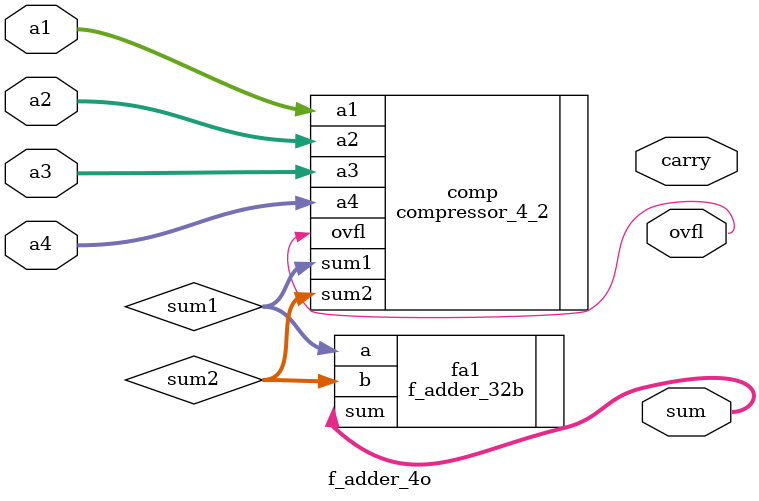
<source format=v>
`default_nettype none
module f_adder_4o(
    input  wire [31:0] a1,
    input  wire [31:0] a2,
    input  wire [31:0] a3,
    input  wire [31:0] a4,

    output wire        ovfl,
    output wire        carry,
    output wire [31:0] sum
);

    wire [31:0] sum1;
    wire [31:0] sum2;

    compressor_4_2 comp(
        .a1(a1),
        .a2(a2),
        .a3(a3),
        .a4(a4),

        .sum1(sum1),
        .sum2(sum2),
        .ovfl(ovfl)
    );
    f_adder_32b fa1(
        .a(sum1),
        .b(sum2),
        .sum(sum)
    );
endmodule
</source>
